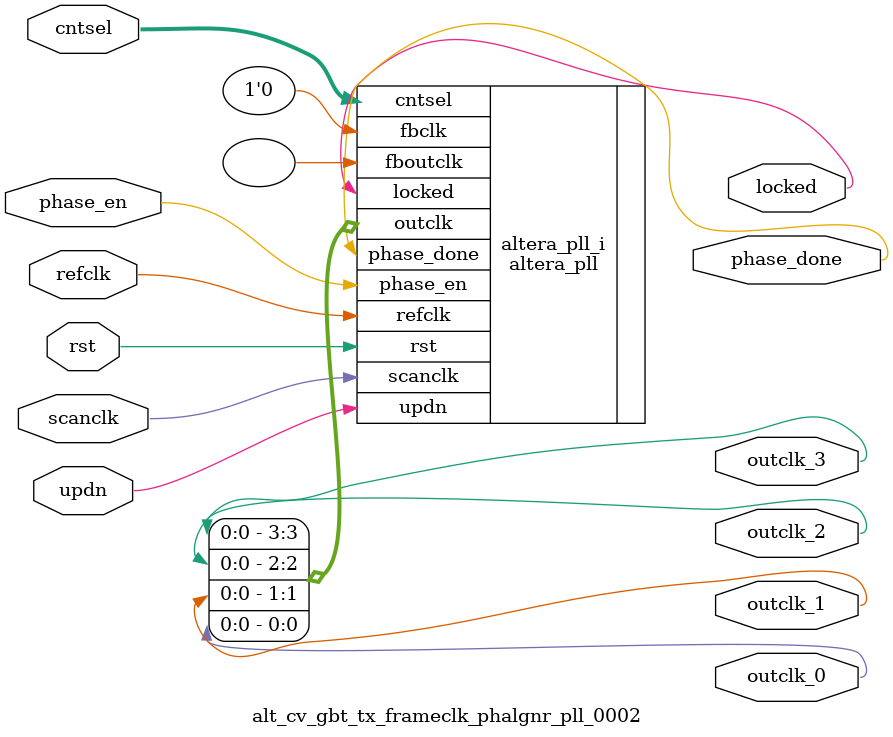
<source format=v>
`timescale 1ns/10ps
module  alt_cv_gbt_tx_frameclk_phalgnr_pll_0002(

	// interface 'refclk'
	input wire refclk,

	// interface 'reset'
	input wire rst,

	// interface 'outclk0'
	output wire outclk_0,

	// interface 'outclk1'
	output wire outclk_1,

	// interface 'outclk2'
	output wire outclk_2,

	// interface 'outclk3'
	output wire outclk_3,

	// interface 'locked'
	output wire locked,

	// interface 'phase_en'
	input wire phase_en,

	// interface 'scanclk'
	input wire scanclk,

	// interface 'updn'
	input wire updn,

	// interface 'cntsel'
	input wire [4:0] cntsel,

	// interface 'phase_done'
	output wire phase_done
);

	altera_pll #(
		.fractional_vco_multiplier("false"),
		.reference_clock_frequency("120.0 MHz"),
		.pll_fractional_cout(32),
		.pll_dsm_out_sel("1st_order"),
		.operation_mode("normal"),
		.number_of_clocks(4),
		.output_clock_frequency0("40.000000 MHz"),
		.phase_shift0("0 ps"),
		.duty_cycle0(50),
		.output_clock_frequency1("40.000000 MHz"),
		.phase_shift1("0 ps"),
		.duty_cycle1(50),
		.output_clock_frequency2("40.000000 MHz"),
		.phase_shift2("0 ps"),
		.duty_cycle2(50),
		.output_clock_frequency3("40.000000 MHz"),
		.phase_shift3("0 ps"),
		.duty_cycle3(50),
		.output_clock_frequency4("0 MHz"),
		.phase_shift4("0 ps"),
		.duty_cycle4(50),
		.output_clock_frequency5("0 MHz"),
		.phase_shift5("0 ps"),
		.duty_cycle5(50),
		.output_clock_frequency6("0 MHz"),
		.phase_shift6("0 ps"),
		.duty_cycle6(50),
		.output_clock_frequency7("0 MHz"),
		.phase_shift7("0 ps"),
		.duty_cycle7(50),
		.output_clock_frequency8("0 MHz"),
		.phase_shift8("0 ps"),
		.duty_cycle8(50),
		.output_clock_frequency9("0 MHz"),
		.phase_shift9("0 ps"),
		.duty_cycle9(50),
		.output_clock_frequency10("0 MHz"),
		.phase_shift10("0 ps"),
		.duty_cycle10(50),
		.output_clock_frequency11("0 MHz"),
		.phase_shift11("0 ps"),
		.duty_cycle11(50),
		.output_clock_frequency12("0 MHz"),
		.phase_shift12("0 ps"),
		.duty_cycle12(50),
		.output_clock_frequency13("0 MHz"),
		.phase_shift13("0 ps"),
		.duty_cycle13(50),
		.output_clock_frequency14("0 MHz"),
		.phase_shift14("0 ps"),
		.duty_cycle14(50),
		.output_clock_frequency15("0 MHz"),
		.phase_shift15("0 ps"),
		.duty_cycle15(50),
		.output_clock_frequency16("0 MHz"),
		.phase_shift16("0 ps"),
		.duty_cycle16(50),
		.output_clock_frequency17("0 MHz"),
		.phase_shift17("0 ps"),
		.duty_cycle17(50),
		.pll_type("Cyclone V"),
		.pll_subtype("DPS"),
		.m_cnt_hi_div(3),
		.m_cnt_lo_div(3),
		.n_cnt_hi_div(256),
		.n_cnt_lo_div(256),
		.m_cnt_bypass_en("false"),
		.n_cnt_bypass_en("true"),
		.m_cnt_odd_div_duty_en("false"),
		.n_cnt_odd_div_duty_en("false"),
		.c_cnt_hi_div0(9),
		.c_cnt_lo_div0(9),
		.c_cnt_prst0(1),
		.c_cnt_ph_mux_prst0(0),
		.c_cnt_in_src0("ph_mux_clk"),
		.c_cnt_bypass_en0("false"),
		.c_cnt_odd_div_duty_en0("false"),
		.c_cnt_hi_div1(9),
		.c_cnt_lo_div1(9),
		.c_cnt_prst1(1),
		.c_cnt_ph_mux_prst1(0),
		.c_cnt_in_src1("ph_mux_clk"),
		.c_cnt_bypass_en1("false"),
		.c_cnt_odd_div_duty_en1("false"),
		.c_cnt_hi_div2(9),
		.c_cnt_lo_div2(9),
		.c_cnt_prst2(1),
		.c_cnt_ph_mux_prst2(0),
		.c_cnt_in_src2("ph_mux_clk"),
		.c_cnt_bypass_en2("false"),
		.c_cnt_odd_div_duty_en2("false"),
		.c_cnt_hi_div3(9),
		.c_cnt_lo_div3(9),
		.c_cnt_prst3(1),
		.c_cnt_ph_mux_prst3(0),
		.c_cnt_in_src3("ph_mux_clk"),
		.c_cnt_bypass_en3("false"),
		.c_cnt_odd_div_duty_en3("false"),
		.c_cnt_hi_div4(1),
		.c_cnt_lo_div4(1),
		.c_cnt_prst4(1),
		.c_cnt_ph_mux_prst4(0),
		.c_cnt_in_src4("ph_mux_clk"),
		.c_cnt_bypass_en4("true"),
		.c_cnt_odd_div_duty_en4("false"),
		.c_cnt_hi_div5(1),
		.c_cnt_lo_div5(1),
		.c_cnt_prst5(1),
		.c_cnt_ph_mux_prst5(0),
		.c_cnt_in_src5("ph_mux_clk"),
		.c_cnt_bypass_en5("true"),
		.c_cnt_odd_div_duty_en5("false"),
		.c_cnt_hi_div6(1),
		.c_cnt_lo_div6(1),
		.c_cnt_prst6(1),
		.c_cnt_ph_mux_prst6(0),
		.c_cnt_in_src6("ph_mux_clk"),
		.c_cnt_bypass_en6("true"),
		.c_cnt_odd_div_duty_en6("false"),
		.c_cnt_hi_div7(1),
		.c_cnt_lo_div7(1),
		.c_cnt_prst7(1),
		.c_cnt_ph_mux_prst7(0),
		.c_cnt_in_src7("ph_mux_clk"),
		.c_cnt_bypass_en7("true"),
		.c_cnt_odd_div_duty_en7("false"),
		.c_cnt_hi_div8(1),
		.c_cnt_lo_div8(1),
		.c_cnt_prst8(1),
		.c_cnt_ph_mux_prst8(0),
		.c_cnt_in_src8("ph_mux_clk"),
		.c_cnt_bypass_en8("true"),
		.c_cnt_odd_div_duty_en8("false"),
		.c_cnt_hi_div9(1),
		.c_cnt_lo_div9(1),
		.c_cnt_prst9(1),
		.c_cnt_ph_mux_prst9(0),
		.c_cnt_in_src9("ph_mux_clk"),
		.c_cnt_bypass_en9("true"),
		.c_cnt_odd_div_duty_en9("false"),
		.c_cnt_hi_div10(1),
		.c_cnt_lo_div10(1),
		.c_cnt_prst10(1),
		.c_cnt_ph_mux_prst10(0),
		.c_cnt_in_src10("ph_mux_clk"),
		.c_cnt_bypass_en10("true"),
		.c_cnt_odd_div_duty_en10("false"),
		.c_cnt_hi_div11(1),
		.c_cnt_lo_div11(1),
		.c_cnt_prst11(1),
		.c_cnt_ph_mux_prst11(0),
		.c_cnt_in_src11("ph_mux_clk"),
		.c_cnt_bypass_en11("true"),
		.c_cnt_odd_div_duty_en11("false"),
		.c_cnt_hi_div12(1),
		.c_cnt_lo_div12(1),
		.c_cnt_prst12(1),
		.c_cnt_ph_mux_prst12(0),
		.c_cnt_in_src12("ph_mux_clk"),
		.c_cnt_bypass_en12("true"),
		.c_cnt_odd_div_duty_en12("false"),
		.c_cnt_hi_div13(1),
		.c_cnt_lo_div13(1),
		.c_cnt_prst13(1),
		.c_cnt_ph_mux_prst13(0),
		.c_cnt_in_src13("ph_mux_clk"),
		.c_cnt_bypass_en13("true"),
		.c_cnt_odd_div_duty_en13("false"),
		.c_cnt_hi_div14(1),
		.c_cnt_lo_div14(1),
		.c_cnt_prst14(1),
		.c_cnt_ph_mux_prst14(0),
		.c_cnt_in_src14("ph_mux_clk"),
		.c_cnt_bypass_en14("true"),
		.c_cnt_odd_div_duty_en14("false"),
		.c_cnt_hi_div15(1),
		.c_cnt_lo_div15(1),
		.c_cnt_prst15(1),
		.c_cnt_ph_mux_prst15(0),
		.c_cnt_in_src15("ph_mux_clk"),
		.c_cnt_bypass_en15("true"),
		.c_cnt_odd_div_duty_en15("false"),
		.c_cnt_hi_div16(1),
		.c_cnt_lo_div16(1),
		.c_cnt_prst16(1),
		.c_cnt_ph_mux_prst16(0),
		.c_cnt_in_src16("ph_mux_clk"),
		.c_cnt_bypass_en16("true"),
		.c_cnt_odd_div_duty_en16("false"),
		.c_cnt_hi_div17(1),
		.c_cnt_lo_div17(1),
		.c_cnt_prst17(1),
		.c_cnt_ph_mux_prst17(0),
		.c_cnt_in_src17("ph_mux_clk"),
		.c_cnt_bypass_en17("true"),
		.c_cnt_odd_div_duty_en17("false"),
		.pll_vco_div(1),
		.pll_cp_current(20),
		.pll_bwctrl(2000),
		.pll_output_clk_frequency("720.0 MHz"),
		.pll_fractional_division("1"),
		.mimic_fbclk_type("gclk"),
		.pll_fbclk_mux_1("glb"),
		.pll_fbclk_mux_2("fb_1"),
		.pll_m_cnt_in_src("ph_mux_clk")
	) altera_pll_i (
		.rst	(rst),
		.cntsel	(cntsel),
		.outclk	({outclk_3, outclk_2, outclk_1, outclk_0}),
		.locked	(locked),
		.phase_done	(phase_done),
		.fboutclk	( ),
		.fbclk	(1'b0),
		.refclk	(refclk),
		.phase_en	(phase_en),
		.scanclk	(scanclk),
		.updn	(updn)
	);
endmodule


</source>
